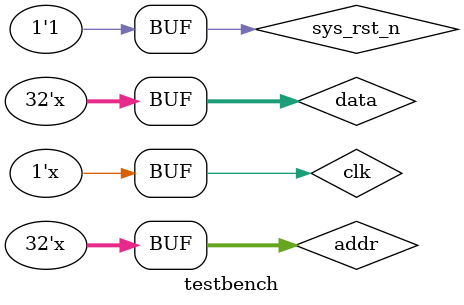
<source format=v>
module testbench();

parameter DATA_WIDTH = 32;
parameter ADDR_WIDTH = 32;
parameter MAIN_FRE   = 100; //unit MHz
reg                   clk       = 0;
reg                   sys_rst_n = 0;
reg [DATA_WIDTH-1:0]  data = 0;
reg [ADDR_WIDTH-1:0]  addr = 0;

always begin
    #(500/MAIN_FRE) clk = ~clk;
end
always begin
    #50 sys_rst_n = 1;
end
always begin
    if (sys_rst_n) begin
        #10 addr = addr + 1;#10;
    end
    else begin     
        #10 addr = 0;#10;
    end
end
always begin
    if (sys_rst_n) begin
        #10 data = data + 1;#10;
    end
    else begin     
        #10 data = 0;#10;
    end
end

//Instance 

initial begin            
    $dumpfile("wave.vcd");        
    $dumpvars(0, testbench);    
end

endmodule  //TOP
</source>
